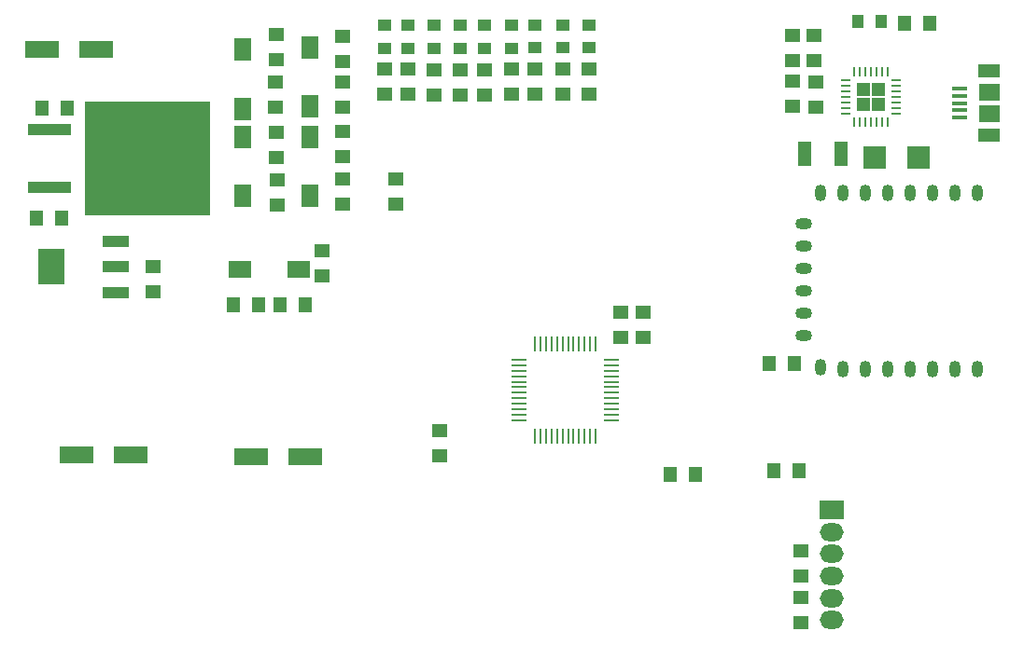
<source format=gtp>
G04*
G04 #@! TF.GenerationSoftware,Altium Limited,Altium Designer,18.1.6 (161)*
G04*
G04 Layer_Color=8421504*
%FSTAX24Y24*%
%MOIN*%
G70*
G01*
G75*
%ADD21R,0.0500X0.0550*%
%ADD22R,0.0550X0.0500*%
%ADD23O,0.0400X0.0600*%
%ADD24O,0.0600X0.0400*%
%ADD25O,0.0850X0.0650*%
%ADD26R,0.0850X0.0650*%
%ADD27R,0.1240X0.0630*%
%ADD28R,0.0945X0.0394*%
%ADD29R,0.0945X0.1299*%
%ADD30R,0.0472X0.0433*%
%ADD31R,0.0433X0.0472*%
%ADD32R,0.0380X0.0080*%
%ADD33R,0.0080X0.0380*%
%ADD34R,0.0787X0.0787*%
%ADD35R,0.0500X0.0870*%
%ADD36R,0.0750X0.0590*%
%ADD37R,0.0530X0.0160*%
%ADD38R,0.0110X0.0580*%
%ADD39R,0.0580X0.0110*%
%ADD40R,0.0787X0.0591*%
%ADD41R,0.0591X0.0787*%
%ADD42R,0.1540X0.0390*%
%ADD43R,0.4510X0.4110*%
G36*
X049108Y047421D02*
X048358D01*
Y047881D01*
X049108D01*
Y047421D01*
D02*
G37*
G36*
X045015Y046759D02*
X044554Y046759D01*
Y04722D01*
X045015Y04722D01*
Y046759D01*
D02*
G37*
G36*
X044476Y046759D02*
X044015D01*
X044015Y04722D01*
X044476D01*
X044476Y046759D01*
D02*
G37*
G36*
X045015Y04622D02*
X044554D01*
X044554Y046681D01*
X045015D01*
X045015Y04622D01*
D02*
G37*
G36*
X044476D02*
X044015D01*
X044015Y046681D01*
X044476D01*
X044476Y04622D01*
D02*
G37*
G36*
X049108Y045125D02*
X048358D01*
Y045585D01*
X049108D01*
Y045125D01*
D02*
G37*
D21*
X01583Y04633D02*
D03*
X01493D02*
D03*
X04088Y0372D02*
D03*
X04178D02*
D03*
X03735Y03323D02*
D03*
X03825D02*
D03*
X04194Y03336D02*
D03*
X04104D02*
D03*
X024322Y03928D02*
D03*
X023422D02*
D03*
X02266D02*
D03*
X02176D02*
D03*
X0156Y0424D02*
D03*
X0147D02*
D03*
X04661Y04935D02*
D03*
X04571D02*
D03*
D22*
X0291Y03478D02*
D03*
Y03388D02*
D03*
X041715Y04638D02*
D03*
Y04728D02*
D03*
X042535Y04727D02*
D03*
Y04637D02*
D03*
X03252Y047717D02*
D03*
Y046817D02*
D03*
X03168Y047717D02*
D03*
Y046817D02*
D03*
X042Y02882D02*
D03*
Y02792D02*
D03*
Y02958D02*
D03*
Y03048D02*
D03*
X02565Y046341D02*
D03*
Y047241D02*
D03*
X02564Y048888D02*
D03*
Y047988D02*
D03*
X036375Y038135D02*
D03*
Y039035D02*
D03*
X035566Y038135D02*
D03*
Y039035D02*
D03*
X0233Y04284D02*
D03*
Y04374D02*
D03*
X02328Y045455D02*
D03*
Y044555D02*
D03*
X02326Y047245D02*
D03*
Y046345D02*
D03*
X02564Y044589D02*
D03*
Y045489D02*
D03*
Y04378D02*
D03*
Y04288D02*
D03*
X024928Y040335D02*
D03*
Y041235D02*
D03*
X018865Y03974D02*
D03*
Y04064D02*
D03*
X02798Y047717D02*
D03*
Y046817D02*
D03*
X02714Y04772D02*
D03*
Y04682D02*
D03*
X03072Y04678D02*
D03*
Y04768D02*
D03*
X02329Y048948D02*
D03*
Y048049D02*
D03*
X02984Y04768D02*
D03*
Y04678D02*
D03*
X0335Y047717D02*
D03*
Y046817D02*
D03*
X034452Y047717D02*
D03*
Y046817D02*
D03*
X04249Y04801D02*
D03*
Y04891D02*
D03*
X041705Y04802D02*
D03*
Y04892D02*
D03*
X02754Y04378D02*
D03*
Y04288D02*
D03*
X028906Y04678D02*
D03*
Y04768D02*
D03*
D23*
X04832Y043282D02*
D03*
X04352D02*
D03*
X04432D02*
D03*
X04752D02*
D03*
X04672D02*
D03*
X04592D02*
D03*
X04512D02*
D03*
X04272D02*
D03*
Y037052D02*
D03*
X04352Y036978D02*
D03*
X04432D02*
D03*
X04512D02*
D03*
X04592D02*
D03*
X04672D02*
D03*
X04752D02*
D03*
X04832D02*
D03*
D24*
X04212Y042182D02*
D03*
Y041382D02*
D03*
Y040582D02*
D03*
Y039782D02*
D03*
Y038982D02*
D03*
Y038182D02*
D03*
D25*
X0431Y028013D02*
D03*
Y0288D02*
D03*
Y029587D02*
D03*
Y030375D02*
D03*
Y031162D02*
D03*
D26*
Y03195D02*
D03*
D27*
X024325Y03384D02*
D03*
X022395D02*
D03*
X016835Y04841D02*
D03*
X014905D02*
D03*
X018085Y03392D02*
D03*
X016155D02*
D03*
D28*
X017547Y039734D02*
D03*
Y04064D02*
D03*
Y041546D02*
D03*
D29*
X015263Y04064D02*
D03*
D30*
X03168Y048459D02*
D03*
Y049286D02*
D03*
X02798Y048459D02*
D03*
Y049286D02*
D03*
X02714Y048462D02*
D03*
Y049288D02*
D03*
X028906Y049286D02*
D03*
Y048459D02*
D03*
X03252Y048474D02*
D03*
Y049301D02*
D03*
X0335Y048474D02*
D03*
Y049301D02*
D03*
X034452Y048474D02*
D03*
Y049301D02*
D03*
X02984Y049286D02*
D03*
Y048459D02*
D03*
X03072Y048467D02*
D03*
Y049293D02*
D03*
D31*
X044047Y04941D02*
D03*
X044873D02*
D03*
D32*
X04543Y046129D02*
D03*
Y046326D02*
D03*
Y046523D02*
D03*
Y04672D02*
D03*
Y046917D02*
D03*
Y047114D02*
D03*
Y047311D02*
D03*
X0436D02*
D03*
Y047114D02*
D03*
Y046917D02*
D03*
Y04672D02*
D03*
Y046523D02*
D03*
Y046326D02*
D03*
Y046129D02*
D03*
D33*
X045106Y047635D02*
D03*
X044909D02*
D03*
X044712D02*
D03*
X044515D02*
D03*
X044318D02*
D03*
X044121D02*
D03*
X043924D02*
D03*
Y045805D02*
D03*
X044121D02*
D03*
X044318D02*
D03*
X044515D02*
D03*
X044712D02*
D03*
X044909D02*
D03*
X045106D02*
D03*
D34*
X046227Y04456D02*
D03*
X044653D02*
D03*
D35*
X04215Y044675D02*
D03*
X04345D02*
D03*
D36*
X048733Y046897D02*
D03*
Y04611D02*
D03*
D37*
X04768Y047015D02*
D03*
Y046759D02*
D03*
Y046503D02*
D03*
Y046248D02*
D03*
Y045992D02*
D03*
D38*
X032517Y03458D02*
D03*
X032714D02*
D03*
X032911D02*
D03*
X033108D02*
D03*
X033305D02*
D03*
X033502D02*
D03*
X033698D02*
D03*
X033895D02*
D03*
X034092D02*
D03*
X034289D02*
D03*
X034486D02*
D03*
X034683D02*
D03*
Y0379D02*
D03*
X034486D02*
D03*
X034289D02*
D03*
X034092D02*
D03*
X033895D02*
D03*
X033698D02*
D03*
X033502D02*
D03*
X033305D02*
D03*
X033108D02*
D03*
X032911D02*
D03*
X032714D02*
D03*
X032517D02*
D03*
D39*
X03526Y035157D02*
D03*
Y035354D02*
D03*
Y035551D02*
D03*
Y035748D02*
D03*
Y035945D02*
D03*
Y036142D02*
D03*
Y036338D02*
D03*
Y036535D02*
D03*
Y036732D02*
D03*
Y036929D02*
D03*
Y037126D02*
D03*
Y037323D02*
D03*
X03194D02*
D03*
Y037126D02*
D03*
Y036929D02*
D03*
Y036732D02*
D03*
Y036535D02*
D03*
Y036338D02*
D03*
Y036142D02*
D03*
Y035945D02*
D03*
Y035748D02*
D03*
Y035551D02*
D03*
Y035354D02*
D03*
Y035157D02*
D03*
D40*
X024093Y040565D02*
D03*
X021967D02*
D03*
D41*
X02447Y0453D02*
D03*
Y043174D02*
D03*
X02208Y045303D02*
D03*
Y043177D02*
D03*
X02447Y0485D02*
D03*
Y046374D02*
D03*
X02208Y046297D02*
D03*
Y048423D02*
D03*
D42*
X01517Y043476D02*
D03*
Y045555D02*
D03*
D43*
X018665Y044516D02*
D03*
M02*

</source>
